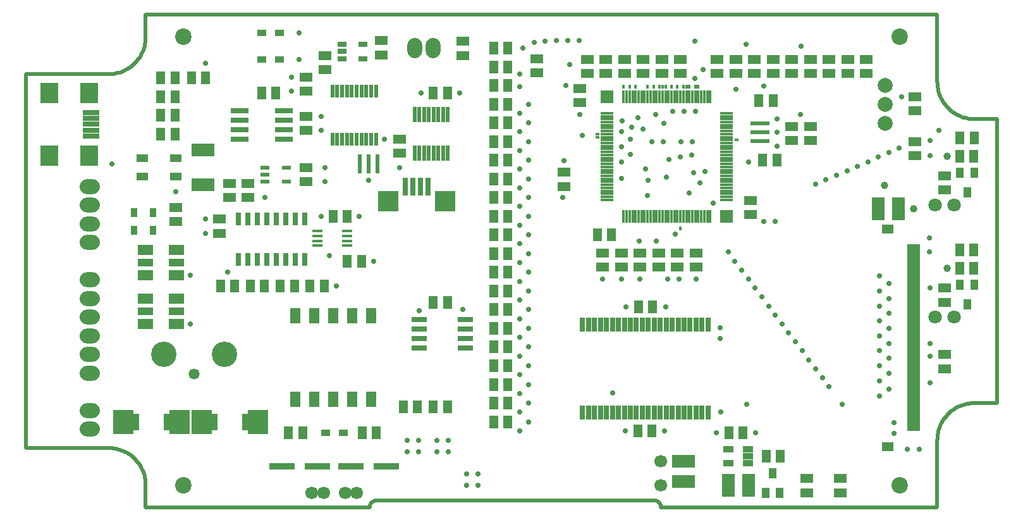
<source format=gts>
%FSLAX43Y43*%
%MOMM*%
G71*
G01*
G75*
%ADD10C,0.300*%
%ADD11C,0.200*%
%ADD12C,0.500*%
%ADD13R,0.800X1.200*%
%ADD14R,0.700X1.100*%
%ADD15R,0.825X2.000*%
%ADD16R,2.200X2.500*%
%ADD17R,1.800X0.800*%
%ADD18R,1.800X1.200*%
%ADD19R,1.600X1.100*%
%ADD20R,1.100X1.600*%
%ADD21R,1.000X0.400*%
%ADD22O,0.200X0.400*%
%ADD23O,0.400X0.200*%
%ADD24C,1.000*%
%ADD25R,1.600X0.200*%
%ADD26R,0.200X1.600*%
%ADD27R,2.300X0.400*%
%ADD28R,3.250X0.700*%
%ADD29R,2.000X0.500*%
%ADD30R,0.500X1.700*%
%ADD31R,0.500X1.700*%
%ADD32R,0.350X1.800*%
%ADD33R,1.100X0.700*%
%ADD34R,1.200X1.800*%
%ADD35R,2.600X2.600*%
%ADD36R,0.500X2.200*%
%ADD37R,1.500X2.900*%
%ADD38R,2.900X1.500*%
%ADD39R,1.500X2.900*%
%ADD40R,2.900X1.500*%
%ADD41R,0.350X1.600*%
%ADD42R,2.270X0.550*%
%ADD43R,1.400X0.900*%
%ADD44R,0.600X1.550*%
%ADD45R,1.200X0.220*%
%ADD46R,0.400X2.300*%
%ADD47R,1.220X0.620*%
%ADD48R,1.000X0.450*%
%ADD49R,1.600X0.300*%
%ADD50R,1.400X1.000*%
%ADD51R,1.800X0.500*%
%ADD52C,0.200*%
%ADD53C,0.300*%
%ADD54C,0.400*%
%ADD55C,0.254*%
%ADD56C,1.500*%
%ADD57C,1.000*%
%ADD58O,2.500X1.800*%
%ADD59C,1.800*%
%ADD60R,2.500X3.000*%
%ADD61C,3.200*%
%ADD62C,1.270*%
%ADD63C,1.500*%
%ADD64C,2.000*%
%ADD65O,1.800X2.500*%
%ADD66C,1.600*%
%ADD67C,1.300*%
%ADD68C,0.500*%
%ADD69C,0.750*%
%ADD70C,0.210*%
%ADD71C,0.180*%
%ADD72C,0.250*%
%ADD73C,0.150*%
%ADD74R,16.750X1.000*%
%ADD75R,16.750X1.000*%
%ADD76R,3.500X2.500*%
%ADD77R,1.800X1.800*%
%ADD78R,1.000X1.400*%
%ADD79R,0.900X1.300*%
%ADD80R,1.025X2.200*%
%ADD81R,2.400X2.700*%
%ADD82R,2.000X1.000*%
%ADD83R,2.000X1.400*%
%ADD84R,1.800X1.300*%
%ADD85R,1.300X1.800*%
%ADD86R,1.200X0.600*%
%ADD87O,0.400X0.600*%
%ADD88O,0.600X0.400*%
%ADD89C,1.200*%
%ADD90R,1.800X0.400*%
%ADD91R,0.400X1.800*%
%ADD92R,2.500X0.600*%
%ADD93R,3.450X0.900*%
%ADD94R,2.200X0.700*%
%ADD95R,0.700X1.900*%
%ADD96R,0.700X1.900*%
%ADD97R,0.550X2.000*%
%ADD98R,1.300X0.900*%
%ADD99R,1.400X2.000*%
%ADD100R,2.800X2.800*%
%ADD101R,0.700X2.400*%
%ADD102R,1.700X3.100*%
%ADD103R,3.100X1.700*%
%ADD104R,1.700X3.100*%
%ADD105R,3.100X1.700*%
%ADD106R,0.550X1.800*%
%ADD107R,2.470X0.750*%
%ADD108R,0.800X1.750*%
%ADD109R,1.400X0.420*%
%ADD110R,0.600X2.500*%
%ADD111R,1.420X0.820*%
%ADD112R,1.200X0.650*%
%ADD113R,1.600X1.200*%
%ADD114R,2.000X0.700*%
%ADD115O,2.700X2.000*%
%ADD116C,2.000*%
%ADD117R,2.700X3.200*%
%ADD118C,3.400*%
%ADD119C,1.470*%
%ADD120C,1.700*%
%ADD121C,2.200*%
%ADD122O,2.000X2.700*%
%ADD123C,0.700*%
D12*
X495443Y522745D02*
X495184Y522711D01*
X494943Y522611D01*
X494736Y522452D01*
X494577Y522245D01*
X494477Y522004D01*
X494443Y521745D01*
X533443D02*
X533409Y522004D01*
X533309Y522245D01*
X533150Y522452D01*
X532943Y522611D01*
X532702Y522711D01*
X532443Y522745D01*
X570443Y578745D02*
X570450Y578492D01*
X570469Y578239D01*
X570501Y577988D01*
X570545Y577738D01*
X570603Y577492D01*
X570672Y577248D01*
X570754Y577008D01*
X570848Y576773D01*
X570954Y576543D01*
X571071Y576318D01*
X571200Y576100D01*
X571339Y575889D01*
X571489Y575684D01*
X571649Y575488D01*
X571819Y575300D01*
X571998Y575121D01*
X572186Y574951D01*
X572383Y574791D01*
X572587Y574641D01*
X572798Y574502D01*
X573017Y574373D01*
X573241Y574256D01*
X573471Y574150D01*
X573707Y574056D01*
X573946Y573974D01*
X574190Y573905D01*
X574437Y573847D01*
X574686Y573803D01*
X574937Y573771D01*
X575190Y573751D01*
X575443Y573745D01*
Y535745D02*
X575190Y535739D01*
X574937Y535719D01*
X574686Y535687D01*
X574437Y535643D01*
X574190Y535585D01*
X573946Y535516D01*
X573707Y535434D01*
X573471Y535340D01*
X573241Y535234D01*
X573017Y535117D01*
X572798Y534988D01*
X572587Y534849D01*
X572383Y534699D01*
X572186Y534539D01*
X571998Y534369D01*
X571819Y534190D01*
X571649Y534002D01*
X571489Y533805D01*
X571339Y533601D01*
X571200Y533390D01*
X571071Y533171D01*
X570954Y532947D01*
X570848Y532717D01*
X570754Y532481D01*
X570672Y532242D01*
X570603Y531998D01*
X570545Y531751D01*
X570501Y531502D01*
X570469Y531251D01*
X570450Y530998D01*
X570443Y530745D01*
X464443Y524745D02*
X464437Y524998D01*
X464417Y525251D01*
X464385Y525502D01*
X464341Y525751D01*
X464284Y525998D01*
X464214Y526242D01*
X464132Y526481D01*
X464038Y526717D01*
X463932Y526947D01*
X463815Y527171D01*
X463686Y527390D01*
X463547Y527601D01*
X463397Y527805D01*
X463237Y528002D01*
X463067Y528190D01*
X462888Y528369D01*
X462700Y528539D01*
X462504Y528699D01*
X462299Y528849D01*
X462088Y528988D01*
X461870Y529117D01*
X461645Y529234D01*
X461415Y529340D01*
X461180Y529434D01*
X460940Y529516D01*
X460696Y529585D01*
X460450Y529643D01*
X460200Y529687D01*
X459949Y529719D01*
X459696Y529739D01*
X459443Y529745D01*
Y579745D02*
X459696Y579751D01*
X459949Y579771D01*
X460200Y579803D01*
X460450Y579847D01*
X460696Y579905D01*
X460940Y579974D01*
X461180Y580056D01*
X461415Y580150D01*
X461645Y580256D01*
X461870Y580373D01*
X462088Y580502D01*
X462299Y580641D01*
X462504Y580791D01*
X462700Y580951D01*
X462888Y581121D01*
X463067Y581300D01*
X463237Y581488D01*
X463397Y581684D01*
X463547Y581889D01*
X463686Y582100D01*
X463815Y582318D01*
X463932Y582543D01*
X464038Y582773D01*
X464132Y583008D01*
X464214Y583248D01*
X464284Y583492D01*
X464341Y583738D01*
X464385Y583988D01*
X464417Y584239D01*
X464437Y584492D01*
X464443Y584745D01*
Y521745D02*
X494443D01*
X495443Y522745D02*
X532443D01*
X533443Y521745D02*
X570443D01*
X464443Y587745D02*
X570443D01*
X570443Y578745D01*
X575443Y573745D02*
X578443D01*
X570443Y521745D02*
X570443Y530745D01*
X575443Y535745D02*
X578443D01*
X464443Y521745D02*
X464443Y524745D01*
X464443Y587745D02*
X464443Y584745D01*
X448443Y529745D02*
X459443D01*
X448443Y579745D02*
X459443D01*
X448443Y529745D02*
Y579745D01*
X578443Y535745D02*
Y573745D01*
D19*
X468443Y568545D02*
D03*
Y566045D02*
D03*
X463943D02*
D03*
Y568545D02*
D03*
D24*
X563343Y564845D02*
D03*
X567243Y561745D02*
D03*
X571743Y568745D02*
D03*
Y553745D02*
D03*
D51*
X567243Y540745D02*
D03*
Y540245D02*
D03*
Y539745D02*
D03*
Y539245D02*
D03*
Y533245D02*
D03*
Y556245D02*
D03*
Y556745D02*
D03*
Y555745D02*
D03*
Y555245D02*
D03*
Y554745D02*
D03*
Y554245D02*
D03*
Y552245D02*
D03*
Y532245D02*
D03*
Y545745D02*
D03*
Y533745D02*
D03*
Y532745D02*
D03*
Y534245D02*
D03*
Y534745D02*
D03*
Y537245D02*
D03*
Y548245D02*
D03*
Y537745D02*
D03*
Y548745D02*
D03*
Y551245D02*
D03*
Y551745D02*
D03*
Y550745D02*
D03*
Y550245D02*
D03*
Y549745D02*
D03*
Y549245D02*
D03*
Y547745D02*
D03*
Y547245D02*
D03*
Y546745D02*
D03*
Y546245D02*
D03*
Y538745D02*
D03*
Y538245D02*
D03*
Y536745D02*
D03*
Y536245D02*
D03*
Y535745D02*
D03*
Y535245D02*
D03*
Y553745D02*
D03*
Y553245D02*
D03*
Y552745D02*
D03*
Y545245D02*
D03*
Y544745D02*
D03*
Y544245D02*
D03*
Y543745D02*
D03*
Y543245D02*
D03*
Y542745D02*
D03*
Y542245D02*
D03*
Y541745D02*
D03*
Y541245D02*
D03*
D59*
X572713Y547245D02*
D03*
X570173D02*
D03*
X572713Y562245D02*
D03*
X570173D02*
D03*
D77*
X542243Y560745D02*
D03*
X526243Y576745D02*
D03*
D78*
X547443Y523745D02*
D03*
X549343D02*
D03*
X548393Y526345D02*
D03*
X575393Y551545D02*
D03*
X573493D02*
D03*
X574443Y548945D02*
D03*
X573493Y566545D02*
D03*
X574443Y563945D02*
D03*
X575393Y566545D02*
D03*
D79*
X462843Y561245D02*
D03*
Y558845D02*
D03*
X465443Y561245D02*
D03*
Y558845D02*
D03*
D80*
X473533Y533245D02*
D03*
X467353D02*
D03*
X477853D02*
D03*
X463033D02*
D03*
D81*
X451543Y568845D02*
D03*
Y577245D02*
D03*
X456843Y568845D02*
D03*
Y577245D02*
D03*
D82*
X468543Y554545D02*
D03*
X464443Y554545D02*
D03*
X464443Y548045D02*
D03*
X468543D02*
D03*
D83*
X464443Y556245D02*
D03*
X468543Y552845D02*
D03*
X464443Y552845D02*
D03*
X468543Y556245D02*
D03*
Y549745D02*
D03*
X464443Y546345D02*
D03*
X468543D02*
D03*
X464443Y549745D02*
D03*
D84*
X516843Y579945D02*
D03*
Y581845D02*
D03*
X485943Y567245D02*
D03*
Y565345D02*
D03*
X525643Y553945D02*
D03*
Y555845D02*
D03*
X520443Y566645D02*
D03*
Y564745D02*
D03*
X553443Y581745D02*
D03*
Y579845D02*
D03*
X543443Y581745D02*
D03*
Y579845D02*
D03*
X540943Y581745D02*
D03*
Y579845D02*
D03*
X533543Y581745D02*
D03*
Y579845D02*
D03*
X536043Y581745D02*
D03*
Y579845D02*
D03*
X550943Y570845D02*
D03*
Y572745D02*
D03*
X528143Y555845D02*
D03*
Y553945D02*
D03*
X531043Y579845D02*
D03*
Y581745D02*
D03*
X528543Y579845D02*
D03*
Y581745D02*
D03*
X526043D02*
D03*
Y579845D02*
D03*
X523543Y581745D02*
D03*
Y579845D02*
D03*
X538143Y553945D02*
D03*
Y555845D02*
D03*
X474343Y560345D02*
D03*
Y558445D02*
D03*
X485943Y579370D02*
D03*
Y577470D02*
D03*
X545943Y579845D02*
D03*
X560943D02*
D03*
X550943D02*
D03*
X567443Y574845D02*
D03*
Y570745D02*
D03*
X553443Y570845D02*
D03*
X552943Y525645D02*
D03*
X567443Y576745D02*
D03*
X488443Y580345D02*
D03*
X558443Y579845D02*
D03*
X552943Y523745D02*
D03*
X560943Y581745D02*
D03*
X553443Y572745D02*
D03*
X550943Y581745D02*
D03*
X558443D02*
D03*
X567443Y568845D02*
D03*
X545943Y581745D02*
D03*
X488443Y582245D02*
D03*
X468443Y560045D02*
D03*
Y561945D02*
D03*
X485943Y574145D02*
D03*
Y572245D02*
D03*
X475643Y563245D02*
D03*
Y565145D02*
D03*
X478143Y563245D02*
D03*
Y565145D02*
D03*
X498443Y569190D02*
D03*
Y571090D02*
D03*
X557443Y523745D02*
D03*
Y525645D02*
D03*
X571443Y542245D02*
D03*
X506943Y582245D02*
D03*
Y584145D02*
D03*
X495943Y584245D02*
D03*
Y582345D02*
D03*
X555943Y581745D02*
D03*
Y579845D02*
D03*
X548443Y581745D02*
D03*
Y579845D02*
D03*
X545443Y560945D02*
D03*
Y562845D02*
D03*
X571443Y540345D02*
D03*
Y549245D02*
D03*
Y551145D02*
D03*
Y566145D02*
D03*
Y564245D02*
D03*
X522543Y575945D02*
D03*
Y577845D02*
D03*
X533143Y553945D02*
D03*
Y555845D02*
D03*
X535643Y553945D02*
D03*
Y555845D02*
D03*
X530643Y553945D02*
D03*
Y555845D02*
D03*
D85*
X542543Y531745D02*
D03*
X544443D02*
D03*
X548443Y576245D02*
D03*
X546543D02*
D03*
X511043Y535745D02*
D03*
X512943D02*
D03*
X532343Y548645D02*
D03*
X530443D02*
D03*
X530343Y532045D02*
D03*
X532243D02*
D03*
X512943Y553245D02*
D03*
X511043D02*
D03*
X504843Y535245D02*
D03*
X502943D02*
D03*
X476343Y551445D02*
D03*
X474443D02*
D03*
X504843Y577245D02*
D03*
X502943D02*
D03*
X511043Y540745D02*
D03*
Y555745D02*
D03*
Y543245D02*
D03*
Y545745D02*
D03*
Y550745D02*
D03*
Y565745D02*
D03*
Y558245D02*
D03*
Y575745D02*
D03*
X468343Y571745D02*
D03*
X466443D02*
D03*
X482443Y551445D02*
D03*
X484343D02*
D03*
X478443D02*
D03*
X480343D02*
D03*
X549443Y528615D02*
D03*
X511043Y560745D02*
D03*
Y538245D02*
D03*
X547543Y528615D02*
D03*
X495343Y531745D02*
D03*
X511043Y573245D02*
D03*
X512943Y543245D02*
D03*
Y545745D02*
D03*
Y560745D02*
D03*
Y558245D02*
D03*
Y555745D02*
D03*
Y550745D02*
D03*
Y538245D02*
D03*
Y540745D02*
D03*
Y565745D02*
D03*
Y573245D02*
D03*
Y575745D02*
D03*
X493443Y531745D02*
D03*
X483543D02*
D03*
X485443D02*
D03*
X466443Y576745D02*
D03*
X468343D02*
D03*
X466443Y574245D02*
D03*
X468343D02*
D03*
X470543Y579245D02*
D03*
X472443D02*
D03*
X479943Y577245D02*
D03*
X481843D02*
D03*
X488343Y551445D02*
D03*
X486443D02*
D03*
X493343Y554745D02*
D03*
X491443D02*
D03*
X512943Y533245D02*
D03*
X511043D02*
D03*
X491443Y560745D02*
D03*
X489543D02*
D03*
X512943Y548245D02*
D03*
X511043D02*
D03*
X512943Y568245D02*
D03*
X511043D02*
D03*
X512943Y563245D02*
D03*
X511043D02*
D03*
X512943Y570745D02*
D03*
X511043D02*
D03*
X500843Y535245D02*
D03*
X498943D02*
D03*
X468343Y579245D02*
D03*
X466443D02*
D03*
X504843Y549245D02*
D03*
X502943D02*
D03*
X511043Y583245D02*
D03*
X512943D02*
D03*
Y578245D02*
D03*
X511043D02*
D03*
X512943Y580745D02*
D03*
X511043D02*
D03*
X575343Y553745D02*
D03*
X573443D02*
D03*
Y568745D02*
D03*
X575343D02*
D03*
Y556245D02*
D03*
X573443D02*
D03*
X575393Y571245D02*
D03*
X573493D02*
D03*
X548943Y568245D02*
D03*
X547043D02*
D03*
X524943Y558245D02*
D03*
X526843D02*
D03*
D86*
X480443Y567245D02*
D03*
Y566295D02*
D03*
Y565345D02*
D03*
X483243D02*
D03*
Y567245D02*
D03*
D87*
X528443Y578045D02*
D03*
X536043Y559145D02*
D03*
X529243Y578045D02*
D03*
X530043Y578045D02*
D03*
X531643D02*
D03*
X532443D02*
D03*
X533243D02*
D03*
X533643Y578045D02*
D03*
X538443Y578045D02*
D03*
X538043D02*
D03*
X537243D02*
D03*
X536843D02*
D03*
X536443D02*
D03*
X535643D02*
D03*
X534843D02*
D03*
X534043Y578045D02*
D03*
D88*
X524943Y571345D02*
D03*
Y571745D02*
D03*
X543543Y570945D02*
D03*
D89*
X542243Y560745D02*
D03*
X526243Y576745D02*
D03*
D90*
Y574545D02*
D03*
Y562945D02*
D03*
Y563345D02*
D03*
Y563745D02*
D03*
Y564145D02*
D03*
Y564545D02*
D03*
Y564945D02*
D03*
Y565345D02*
D03*
Y565745D02*
D03*
Y566145D02*
D03*
Y566545D02*
D03*
Y566945D02*
D03*
Y567345D02*
D03*
Y567745D02*
D03*
Y568145D02*
D03*
Y568545D02*
D03*
Y568945D02*
D03*
Y569345D02*
D03*
Y569745D02*
D03*
Y570145D02*
D03*
Y570545D02*
D03*
Y570945D02*
D03*
Y571345D02*
D03*
Y571745D02*
D03*
Y572145D02*
D03*
Y572545D02*
D03*
Y572945D02*
D03*
Y573345D02*
D03*
Y573745D02*
D03*
Y574145D02*
D03*
X542243Y562945D02*
D03*
Y574545D02*
D03*
Y574145D02*
D03*
Y573745D02*
D03*
Y573345D02*
D03*
Y572945D02*
D03*
Y572545D02*
D03*
Y572145D02*
D03*
Y571745D02*
D03*
Y571345D02*
D03*
Y570945D02*
D03*
Y570545D02*
D03*
Y570145D02*
D03*
Y569745D02*
D03*
Y569345D02*
D03*
Y568945D02*
D03*
Y568545D02*
D03*
Y568145D02*
D03*
Y567745D02*
D03*
Y567345D02*
D03*
Y566945D02*
D03*
Y566545D02*
D03*
Y566145D02*
D03*
Y565745D02*
D03*
Y565345D02*
D03*
Y564945D02*
D03*
Y564545D02*
D03*
Y564145D02*
D03*
Y563745D02*
D03*
Y563345D02*
D03*
D91*
X528443Y560745D02*
D03*
X540043D02*
D03*
X539643D02*
D03*
X539243D02*
D03*
X538843D02*
D03*
X538443D02*
D03*
X538043D02*
D03*
X537643D02*
D03*
X537243D02*
D03*
X536843D02*
D03*
X536443D02*
D03*
X536043D02*
D03*
X535643D02*
D03*
X535243D02*
D03*
X534843D02*
D03*
X534443D02*
D03*
X534043D02*
D03*
X533643D02*
D03*
X533243D02*
D03*
X532843D02*
D03*
X532443D02*
D03*
X532043D02*
D03*
X531643D02*
D03*
X531243D02*
D03*
X530843D02*
D03*
X530443D02*
D03*
X530043D02*
D03*
X529643D02*
D03*
X529243D02*
D03*
X528843D02*
D03*
X540043Y576745D02*
D03*
X528443D02*
D03*
X528843D02*
D03*
X529243D02*
D03*
X529643D02*
D03*
X530043D02*
D03*
X530443D02*
D03*
X530843D02*
D03*
X531243D02*
D03*
X531643D02*
D03*
X532043D02*
D03*
X532443D02*
D03*
X532843D02*
D03*
X533243D02*
D03*
X533643D02*
D03*
X534043D02*
D03*
X534443D02*
D03*
X534843D02*
D03*
X535243D02*
D03*
X535643D02*
D03*
X536043D02*
D03*
X536443D02*
D03*
X536843D02*
D03*
X537243D02*
D03*
X537643D02*
D03*
X538043D02*
D03*
X538443D02*
D03*
X538843D02*
D03*
X539243D02*
D03*
X539643D02*
D03*
D92*
X546688Y571970D02*
D03*
Y570770D02*
D03*
Y573170D02*
D03*
D93*
X482693Y527245D02*
D03*
X487443D02*
D03*
X496693D02*
D03*
X491943D02*
D03*
D94*
X457093Y572245D02*
D03*
Y571445D02*
D03*
Y574645D02*
D03*
Y573845D02*
D03*
Y573045D02*
D03*
D95*
X526143Y546245D02*
D03*
X525343D02*
D03*
X524543D02*
D03*
X523743D02*
D03*
X522943D02*
D03*
Y534445D02*
D03*
X523743D02*
D03*
X524543D02*
D03*
X525343D02*
D03*
X526143D02*
D03*
X538143D02*
D03*
X538943D02*
D03*
X539743D02*
D03*
X534943Y546245D02*
D03*
X534143D02*
D03*
X533343D02*
D03*
X532543D02*
D03*
X530143D02*
D03*
X529343D02*
D03*
X528543D02*
D03*
X527743D02*
D03*
Y534445D02*
D03*
X528543D02*
D03*
X529343D02*
D03*
X530143D02*
D03*
X532543D02*
D03*
X533343D02*
D03*
X534143D02*
D03*
X534943D02*
D03*
X526943Y546245D02*
D03*
X537343Y534445D02*
D03*
X536543D02*
D03*
X535743D02*
D03*
X531743D02*
D03*
X530943Y546245D02*
D03*
Y534445D02*
D03*
X531743Y546245D02*
D03*
X535743D02*
D03*
X538143D02*
D03*
X536543D02*
D03*
X537343D02*
D03*
X539743D02*
D03*
X526943Y534445D02*
D03*
D96*
X538943Y546245D02*
D03*
D97*
X501713Y574390D02*
D03*
X501078D02*
D03*
X500443D02*
D03*
X502983D02*
D03*
Y569190D02*
D03*
X502348D02*
D03*
X501713D02*
D03*
X501078D02*
D03*
X503618Y574390D02*
D03*
Y569190D02*
D03*
X504888Y574390D02*
D03*
X504253D02*
D03*
X500443Y569190D02*
D03*
X502348Y574390D02*
D03*
X504253Y569190D02*
D03*
X504888D02*
D03*
D98*
X488543Y531745D02*
D03*
X490943D02*
D03*
X482343Y585245D02*
D03*
X479943D02*
D03*
Y581745D02*
D03*
X482343D02*
D03*
D99*
X494603Y547445D02*
D03*
X486983Y536245D02*
D03*
X484443D02*
D03*
X486983Y547445D02*
D03*
X489523D02*
D03*
X492063D02*
D03*
X489523Y536245D02*
D03*
X494603D02*
D03*
X492063D02*
D03*
X484443Y547445D02*
D03*
D100*
X504507Y562745D02*
D03*
X496907D02*
D03*
D101*
X499207Y564745D02*
D03*
X500207D02*
D03*
X501207D02*
D03*
X502207D02*
D03*
D102*
X545143Y524745D02*
D03*
X562543Y561745D02*
D03*
D103*
X536443Y527945D02*
D03*
X472143Y569645D02*
D03*
Y564945D02*
D03*
D104*
X542443Y524745D02*
D03*
X565243Y561745D02*
D03*
D105*
X536443Y525245D02*
D03*
D106*
X495293Y577470D02*
D03*
X494643D02*
D03*
X492693D02*
D03*
X493343Y571090D02*
D03*
X492693D02*
D03*
X492043D02*
D03*
X491393D02*
D03*
X490743D02*
D03*
X489443Y577470D02*
D03*
X490743D02*
D03*
X495293Y571090D02*
D03*
X493993Y577470D02*
D03*
X489443Y571090D02*
D03*
X490093D02*
D03*
X493993D02*
D03*
X494643D02*
D03*
X490093Y577470D02*
D03*
X491393D02*
D03*
X493343D02*
D03*
X492043D02*
D03*
D107*
X482943Y574900D02*
D03*
Y571090D02*
D03*
X477013D02*
D03*
Y573630D02*
D03*
Y572360D02*
D03*
X482943D02*
D03*
Y573630D02*
D03*
X477013Y574900D02*
D03*
D108*
X483193Y560345D02*
D03*
X481923D02*
D03*
X484463D02*
D03*
X485733D02*
D03*
X483193Y554945D02*
D03*
X478113D02*
D03*
X485733D02*
D03*
X484463D02*
D03*
X480653Y560345D02*
D03*
X479383D02*
D03*
X480653Y554945D02*
D03*
X481923D02*
D03*
X476843D02*
D03*
X479383D02*
D03*
X478113Y560345D02*
D03*
X476843D02*
D03*
D109*
X491443Y557445D02*
D03*
X487443Y558095D02*
D03*
X491443Y556795D02*
D03*
X487443Y558745D02*
D03*
X491443Y558095D02*
D03*
X487443Y556795D02*
D03*
X491443Y558745D02*
D03*
X487443Y557445D02*
D03*
D110*
X495518Y567745D02*
D03*
X493118D02*
D03*
X494318D02*
D03*
D111*
X542443Y527665D02*
D03*
Y529565D02*
D03*
X545063Y528615D02*
D03*
Y527665D02*
D03*
Y529565D02*
D03*
D112*
X490693Y583745D02*
D03*
Y581845D02*
D03*
Y582795D02*
D03*
X493493Y581845D02*
D03*
Y583745D02*
D03*
D113*
X563843Y529945D02*
D03*
Y559045D02*
D03*
D114*
X507243Y546945D02*
D03*
X501043D02*
D03*
Y545675D02*
D03*
Y544405D02*
D03*
Y543135D02*
D03*
X507243Y545675D02*
D03*
Y544405D02*
D03*
Y543135D02*
D03*
D115*
X456943Y564745D02*
D03*
Y562245D02*
D03*
Y559745D02*
D03*
Y557245D02*
D03*
Y532245D02*
D03*
Y534745D02*
D03*
Y539745D02*
D03*
Y552245D02*
D03*
Y549745D02*
D03*
Y547245D02*
D03*
Y544745D02*
D03*
Y542245D02*
D03*
D116*
X563443Y575685D02*
D03*
Y573145D02*
D03*
Y578225D02*
D03*
D117*
X471943Y533245D02*
D03*
X468943D02*
D03*
X479443D02*
D03*
X461443D02*
D03*
D118*
X474993Y542245D02*
D03*
X466893D02*
D03*
D119*
X470943Y539645D02*
D03*
D120*
X492693Y523745D02*
D03*
X491143D02*
D03*
X488243D02*
D03*
X486643D02*
D03*
X533443Y527945D02*
D03*
Y524745D02*
D03*
D121*
X469443D02*
D03*
Y584745D02*
D03*
X565443D02*
D03*
Y524745D02*
D03*
D122*
X502943Y583245D02*
D03*
X500443D02*
D03*
D123*
X468443Y564045D02*
D03*
X470443Y546345D02*
D03*
X537943Y584145D02*
D03*
X480443Y563245D02*
D03*
X546143Y531745D02*
D03*
X503443Y530745D02*
D03*
X504943Y529245D02*
D03*
X459943Y567745D02*
D03*
X522543Y574345D02*
D03*
X529543Y572645D02*
D03*
X534343Y552345D02*
D03*
X541343Y545845D02*
D03*
X514543Y579745D02*
D03*
Y578045D02*
D03*
X540443Y562545D02*
D03*
X537843Y566545D02*
D03*
X539343Y566745D02*
D03*
X536143Y570745D02*
D03*
X534543Y568345D02*
D03*
X529343Y569045D02*
D03*
X532243Y570745D02*
D03*
X536043Y568645D02*
D03*
X537243Y563845D02*
D03*
X537543Y568945D02*
D03*
X533743Y570745D02*
D03*
X531043Y572445D02*
D03*
X533843Y573145D02*
D03*
X538043Y574745D02*
D03*
X532743Y574345D02*
D03*
X530343Y573945D02*
D03*
X537643Y570745D02*
D03*
X531743Y565545D02*
D03*
X531643Y563545D02*
D03*
X528143Y572045D02*
D03*
X522943Y571545D02*
D03*
X554143Y565045D02*
D03*
X565343Y569845D02*
D03*
X545143Y568045D02*
D03*
X548943Y570145D02*
D03*
Y571995D02*
D03*
X515743Y575745D02*
D03*
X514543Y534545D02*
D03*
Y532045D02*
D03*
X520693Y578245D02*
D03*
X547243Y578145D02*
D03*
X543443Y577745D02*
D03*
X547243Y560045D02*
D03*
X514543Y564545D02*
D03*
X538143Y552345D02*
D03*
X535843Y552345D02*
D03*
X520243Y563245D02*
D03*
X528143Y565845D02*
D03*
Y552345D02*
D03*
X530643D02*
D03*
X533943Y532045D02*
D03*
X528643D02*
D03*
X534043Y548645D02*
D03*
X528743D02*
D03*
X501043Y548140D02*
D03*
X498443Y567245D02*
D03*
X496443Y571090D02*
D03*
X470443Y552845D02*
D03*
X472443Y560345D02*
D03*
Y558445D02*
D03*
X475443Y553245D02*
D03*
X489943Y551445D02*
D03*
X488443Y565345D02*
D03*
Y567245D02*
D03*
X487943Y560745D02*
D03*
X493043D02*
D03*
X489043Y555445D02*
D03*
X494943Y554745D02*
D03*
X487943Y574145D02*
D03*
Y572245D02*
D03*
X494318Y565545D02*
D03*
X483943Y577470D02*
D03*
Y579370D02*
D03*
X506443Y577245D02*
D03*
X501343D02*
D03*
X499443Y529245D02*
D03*
Y530745D02*
D03*
X500943D02*
D03*
Y529245D02*
D03*
X503443D02*
D03*
X504943Y530745D02*
D03*
X472443Y581245D02*
D03*
X484943Y581745D02*
D03*
Y585245D02*
D03*
X541343Y544345D02*
D03*
X526943Y537145D02*
D03*
X541443Y534545D02*
D03*
X544943Y535545D02*
D03*
X514543Y537045D02*
D03*
Y539545D02*
D03*
Y547045D02*
D03*
Y549545D02*
D03*
Y552045D02*
D03*
Y567045D02*
D03*
Y569545D02*
D03*
Y572045D02*
D03*
Y574545D02*
D03*
X514943Y583245D02*
D03*
X508943Y526245D02*
D03*
X507443D02*
D03*
Y524745D02*
D03*
X508943D02*
D03*
X525643Y552345D02*
D03*
X562743Y552745D02*
D03*
X563943Y551745D02*
D03*
X562743Y550745D02*
D03*
X563943Y549745D02*
D03*
X562743Y548745D02*
D03*
X563943Y547745D02*
D03*
X562743Y546745D02*
D03*
X563943Y545745D02*
D03*
X562743Y544745D02*
D03*
X563943Y543745D02*
D03*
X562743Y542745D02*
D03*
X563943Y541745D02*
D03*
X562743Y540745D02*
D03*
X563943Y539745D02*
D03*
X562743Y538745D02*
D03*
X563943Y537645D02*
D03*
X562743Y536645D02*
D03*
X564643Y531645D02*
D03*
Y533145D02*
D03*
X566443Y529545D02*
D03*
X568043D02*
D03*
X545143Y552345D02*
D03*
X542443Y555945D02*
D03*
X544243Y553545D02*
D03*
X546943Y549945D02*
D03*
X547843Y548745D02*
D03*
X552343Y542745D02*
D03*
X553243Y541545D02*
D03*
X548743Y547545D02*
D03*
X549643Y546345D02*
D03*
X550543Y545145D02*
D03*
X555943Y537945D02*
D03*
X555043Y539145D02*
D03*
X543343Y554745D02*
D03*
X551443Y543945D02*
D03*
X554143Y540345D02*
D03*
X546043Y551145D02*
D03*
X548743Y560045D02*
D03*
X557743Y535545D02*
D03*
X569368Y555995D02*
D03*
Y557820D02*
D03*
X540843Y531745D02*
D03*
X569443Y542045D02*
D03*
Y538445D02*
D03*
X521243Y581045D02*
D03*
X552193Y583495D02*
D03*
X544843Y583745D02*
D03*
X569443Y570845D02*
D03*
X539043Y580345D02*
D03*
X528143Y568045D02*
D03*
X563943Y569245D02*
D03*
X555543Y565645D02*
D03*
X556943Y566245D02*
D03*
X558343Y566845D02*
D03*
X559743Y567445D02*
D03*
X561143Y568045D02*
D03*
X562543Y568645D02*
D03*
X565643Y576745D02*
D03*
X514543Y559545D02*
D03*
Y562045D02*
D03*
Y557045D02*
D03*
Y554545D02*
D03*
X536543Y574745D02*
D03*
X535043D02*
D03*
X528243Y573545D02*
D03*
X534143Y565945D02*
D03*
X528143Y570045D02*
D03*
X529343Y571045D02*
D03*
X531343Y567045D02*
D03*
X538643Y565245D02*
D03*
X537943Y579145D02*
D03*
X514543Y544545D02*
D03*
Y542045D02*
D03*
X506943Y548245D02*
D03*
X532843Y557445D02*
D03*
X535343Y558345D02*
D03*
X530543Y557445D02*
D03*
X516443Y584045D02*
D03*
X517943Y584145D02*
D03*
X519443Y584245D02*
D03*
X520943D02*
D03*
X522443D02*
D03*
X548943Y573745D02*
D03*
X570693Y572245D02*
D03*
X515743Y573245D02*
D03*
Y533245D02*
D03*
Y535745D02*
D03*
Y538245D02*
D03*
Y540745D02*
D03*
Y543245D02*
D03*
Y545745D02*
D03*
Y548245D02*
D03*
Y550745D02*
D03*
Y553245D02*
D03*
Y555745D02*
D03*
Y558245D02*
D03*
Y560745D02*
D03*
Y563245D02*
D03*
Y565745D02*
D03*
Y568245D02*
D03*
Y570745D02*
D03*
X569443Y568845D02*
D03*
X569443Y551145D02*
D03*
X569443Y543745D02*
D03*
X520443Y568145D02*
D03*
X552143Y574345D02*
D03*
M02*

</source>
